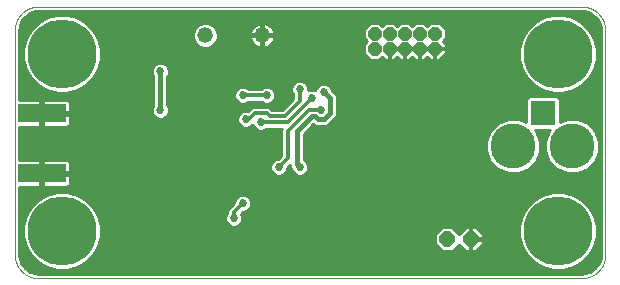
<source format=gbl>
G75*
%MOIN*%
%OFA0B0*%
%FSLAX25Y25*%
%IPPOS*%
%LPD*%
%AMOC8*
5,1,8,0,0,1.08239X$1,22.5*
%
%ADD10C,0.00000*%
%ADD11C,0.05200*%
%ADD12OC8,0.05150*%
%ADD13OC8,0.04362*%
%ADD14C,0.15024*%
%ADD15R,0.08268X0.08268*%
%ADD16R,0.16000X0.06000*%
%ADD17C,0.23000*%
%ADD18C,0.01000*%
%ADD19C,0.02700*%
%ADD20C,0.01600*%
%ADD21C,0.01200*%
D10*
X0010374Y0025790D02*
X0191476Y0025790D01*
X0191666Y0025792D01*
X0191856Y0025799D01*
X0192046Y0025811D01*
X0192236Y0025827D01*
X0192425Y0025847D01*
X0192614Y0025873D01*
X0192802Y0025902D01*
X0192989Y0025937D01*
X0193175Y0025976D01*
X0193360Y0026019D01*
X0193545Y0026067D01*
X0193728Y0026119D01*
X0193909Y0026175D01*
X0194089Y0026236D01*
X0194268Y0026302D01*
X0194445Y0026371D01*
X0194621Y0026445D01*
X0194794Y0026523D01*
X0194966Y0026606D01*
X0195135Y0026692D01*
X0195303Y0026782D01*
X0195468Y0026877D01*
X0195631Y0026975D01*
X0195791Y0027078D01*
X0195949Y0027184D01*
X0196104Y0027294D01*
X0196257Y0027407D01*
X0196407Y0027525D01*
X0196553Y0027646D01*
X0196697Y0027770D01*
X0196838Y0027898D01*
X0196976Y0028029D01*
X0197111Y0028164D01*
X0197242Y0028302D01*
X0197370Y0028443D01*
X0197494Y0028587D01*
X0197615Y0028733D01*
X0197733Y0028883D01*
X0197846Y0029036D01*
X0197956Y0029191D01*
X0198062Y0029349D01*
X0198165Y0029509D01*
X0198263Y0029672D01*
X0198358Y0029837D01*
X0198448Y0030005D01*
X0198534Y0030174D01*
X0198617Y0030346D01*
X0198695Y0030519D01*
X0198769Y0030695D01*
X0198838Y0030872D01*
X0198904Y0031051D01*
X0198965Y0031231D01*
X0199021Y0031412D01*
X0199073Y0031595D01*
X0199121Y0031780D01*
X0199164Y0031965D01*
X0199203Y0032151D01*
X0199238Y0032338D01*
X0199267Y0032526D01*
X0199293Y0032715D01*
X0199313Y0032904D01*
X0199329Y0033094D01*
X0199341Y0033284D01*
X0199348Y0033474D01*
X0199350Y0033664D01*
X0199350Y0108467D01*
X0199348Y0108657D01*
X0199341Y0108847D01*
X0199329Y0109037D01*
X0199313Y0109227D01*
X0199293Y0109416D01*
X0199267Y0109605D01*
X0199238Y0109793D01*
X0199203Y0109980D01*
X0199164Y0110166D01*
X0199121Y0110351D01*
X0199073Y0110536D01*
X0199021Y0110719D01*
X0198965Y0110900D01*
X0198904Y0111080D01*
X0198838Y0111259D01*
X0198769Y0111436D01*
X0198695Y0111612D01*
X0198617Y0111785D01*
X0198534Y0111957D01*
X0198448Y0112126D01*
X0198358Y0112294D01*
X0198263Y0112459D01*
X0198165Y0112622D01*
X0198062Y0112782D01*
X0197956Y0112940D01*
X0197846Y0113095D01*
X0197733Y0113248D01*
X0197615Y0113398D01*
X0197494Y0113544D01*
X0197370Y0113688D01*
X0197242Y0113829D01*
X0197111Y0113967D01*
X0196976Y0114102D01*
X0196838Y0114233D01*
X0196697Y0114361D01*
X0196553Y0114485D01*
X0196407Y0114606D01*
X0196257Y0114724D01*
X0196104Y0114837D01*
X0195949Y0114947D01*
X0195791Y0115053D01*
X0195631Y0115156D01*
X0195468Y0115254D01*
X0195303Y0115349D01*
X0195135Y0115439D01*
X0194966Y0115525D01*
X0194794Y0115608D01*
X0194621Y0115686D01*
X0194445Y0115760D01*
X0194268Y0115829D01*
X0194089Y0115895D01*
X0193909Y0115956D01*
X0193728Y0116012D01*
X0193545Y0116064D01*
X0193360Y0116112D01*
X0193175Y0116155D01*
X0192989Y0116194D01*
X0192802Y0116229D01*
X0192614Y0116258D01*
X0192425Y0116284D01*
X0192236Y0116304D01*
X0192046Y0116320D01*
X0191856Y0116332D01*
X0191666Y0116339D01*
X0191476Y0116341D01*
X0010374Y0116341D01*
X0010184Y0116339D01*
X0009994Y0116332D01*
X0009804Y0116320D01*
X0009614Y0116304D01*
X0009425Y0116284D01*
X0009236Y0116258D01*
X0009048Y0116229D01*
X0008861Y0116194D01*
X0008675Y0116155D01*
X0008490Y0116112D01*
X0008305Y0116064D01*
X0008122Y0116012D01*
X0007941Y0115956D01*
X0007761Y0115895D01*
X0007582Y0115829D01*
X0007405Y0115760D01*
X0007229Y0115686D01*
X0007056Y0115608D01*
X0006884Y0115525D01*
X0006715Y0115439D01*
X0006547Y0115349D01*
X0006382Y0115254D01*
X0006219Y0115156D01*
X0006059Y0115053D01*
X0005901Y0114947D01*
X0005746Y0114837D01*
X0005593Y0114724D01*
X0005443Y0114606D01*
X0005297Y0114485D01*
X0005153Y0114361D01*
X0005012Y0114233D01*
X0004874Y0114102D01*
X0004739Y0113967D01*
X0004608Y0113829D01*
X0004480Y0113688D01*
X0004356Y0113544D01*
X0004235Y0113398D01*
X0004117Y0113248D01*
X0004004Y0113095D01*
X0003894Y0112940D01*
X0003788Y0112782D01*
X0003685Y0112622D01*
X0003587Y0112459D01*
X0003492Y0112294D01*
X0003402Y0112126D01*
X0003316Y0111957D01*
X0003233Y0111785D01*
X0003155Y0111612D01*
X0003081Y0111436D01*
X0003012Y0111259D01*
X0002946Y0111080D01*
X0002885Y0110900D01*
X0002829Y0110719D01*
X0002777Y0110536D01*
X0002729Y0110351D01*
X0002686Y0110166D01*
X0002647Y0109980D01*
X0002612Y0109793D01*
X0002583Y0109605D01*
X0002557Y0109416D01*
X0002537Y0109227D01*
X0002521Y0109037D01*
X0002509Y0108847D01*
X0002502Y0108657D01*
X0002500Y0108467D01*
X0002500Y0033664D01*
X0002502Y0033474D01*
X0002509Y0033284D01*
X0002521Y0033094D01*
X0002537Y0032904D01*
X0002557Y0032715D01*
X0002583Y0032526D01*
X0002612Y0032338D01*
X0002647Y0032151D01*
X0002686Y0031965D01*
X0002729Y0031780D01*
X0002777Y0031595D01*
X0002829Y0031412D01*
X0002885Y0031231D01*
X0002946Y0031051D01*
X0003012Y0030872D01*
X0003081Y0030695D01*
X0003155Y0030519D01*
X0003233Y0030346D01*
X0003316Y0030174D01*
X0003402Y0030005D01*
X0003492Y0029837D01*
X0003587Y0029672D01*
X0003685Y0029509D01*
X0003788Y0029349D01*
X0003894Y0029191D01*
X0004004Y0029036D01*
X0004117Y0028883D01*
X0004235Y0028733D01*
X0004356Y0028587D01*
X0004480Y0028443D01*
X0004608Y0028302D01*
X0004739Y0028164D01*
X0004874Y0028029D01*
X0005012Y0027898D01*
X0005153Y0027770D01*
X0005297Y0027646D01*
X0005443Y0027525D01*
X0005593Y0027407D01*
X0005746Y0027294D01*
X0005901Y0027184D01*
X0006059Y0027078D01*
X0006219Y0026975D01*
X0006382Y0026877D01*
X0006547Y0026782D01*
X0006715Y0026692D01*
X0006884Y0026606D01*
X0007056Y0026523D01*
X0007229Y0026445D01*
X0007405Y0026371D01*
X0007582Y0026302D01*
X0007761Y0026236D01*
X0007941Y0026175D01*
X0008122Y0026119D01*
X0008305Y0026067D01*
X0008490Y0026019D01*
X0008675Y0025976D01*
X0008861Y0025937D01*
X0009048Y0025902D01*
X0009236Y0025873D01*
X0009425Y0025847D01*
X0009614Y0025827D01*
X0009804Y0025811D01*
X0009994Y0025799D01*
X0010184Y0025792D01*
X0010374Y0025790D01*
D11*
X0066000Y0106790D03*
X0085000Y0106790D03*
D12*
X0146563Y0038790D03*
X0154437Y0038790D03*
D13*
X0142500Y0102290D03*
X0137500Y0102290D03*
X0132500Y0102290D03*
X0127500Y0102290D03*
X0122500Y0102290D03*
X0122500Y0107290D03*
X0127500Y0107290D03*
X0132500Y0107290D03*
X0137500Y0107290D03*
X0142500Y0107290D03*
D14*
X0168657Y0069790D03*
X0188343Y0069790D03*
D15*
X0178500Y0080814D03*
D16*
X0011500Y0080790D03*
X0011500Y0060790D03*
D17*
X0018248Y0041538D03*
X0018248Y0100593D03*
X0183602Y0100593D03*
X0183602Y0041538D03*
D18*
X0196197Y0044762D02*
X0197850Y0044762D01*
X0197850Y0045760D02*
X0195930Y0045760D01*
X0195716Y0046556D02*
X0194005Y0049520D01*
X0191585Y0051941D01*
X0188620Y0053652D01*
X0185314Y0054538D01*
X0181891Y0054538D01*
X0178585Y0053652D01*
X0175620Y0051941D01*
X0173200Y0049520D01*
X0171488Y0046556D01*
X0170602Y0043249D01*
X0170602Y0039826D01*
X0171488Y0036520D01*
X0173200Y0033556D01*
X0175620Y0031135D01*
X0178585Y0029424D01*
X0181891Y0028538D01*
X0185314Y0028538D01*
X0188620Y0029424D01*
X0191585Y0031135D01*
X0194005Y0033556D01*
X0195716Y0036520D01*
X0196602Y0039826D01*
X0196602Y0043249D01*
X0195716Y0046556D01*
X0195599Y0046759D02*
X0197850Y0046759D01*
X0197850Y0047757D02*
X0195023Y0047757D01*
X0194446Y0048756D02*
X0197850Y0048756D01*
X0197850Y0049754D02*
X0193771Y0049754D01*
X0192772Y0050753D02*
X0197850Y0050753D01*
X0197850Y0051751D02*
X0191774Y0051751D01*
X0190183Y0052750D02*
X0197850Y0052750D01*
X0197850Y0053748D02*
X0188261Y0053748D01*
X0197850Y0054747D02*
X0004000Y0054747D01*
X0004000Y0055745D02*
X0197850Y0055745D01*
X0197850Y0056744D02*
X0020575Y0056744D01*
X0020700Y0056869D02*
X0020898Y0057211D01*
X0021000Y0057592D01*
X0021000Y0060290D01*
X0012000Y0060290D01*
X0012000Y0061290D01*
X0011000Y0061290D01*
X0011000Y0065290D01*
X0004000Y0065290D01*
X0004000Y0076290D01*
X0011000Y0076290D01*
X0011000Y0080290D01*
X0012000Y0080290D01*
X0012000Y0081290D01*
X0011000Y0081290D01*
X0011000Y0085290D01*
X0004000Y0085290D01*
X0004000Y0108467D01*
X0004078Y0109464D01*
X0004695Y0111361D01*
X0005867Y0112974D01*
X0007480Y0114146D01*
X0009377Y0114763D01*
X0010374Y0114841D01*
X0191476Y0114841D01*
X0192473Y0114763D01*
X0194370Y0114146D01*
X0195983Y0112974D01*
X0197156Y0111361D01*
X0197772Y0109464D01*
X0197850Y0108467D01*
X0197850Y0033664D01*
X0197772Y0032667D01*
X0197156Y0030770D01*
X0195983Y0029157D01*
X0194370Y0027985D01*
X0192473Y0027368D01*
X0191476Y0027290D01*
X0010374Y0027290D01*
X0009377Y0027368D01*
X0007480Y0027985D01*
X0005867Y0029157D01*
X0004695Y0030770D01*
X0004078Y0032667D01*
X0004000Y0033664D01*
X0004000Y0056290D01*
X0011000Y0056290D01*
X0011000Y0060290D01*
X0012000Y0060290D01*
X0012000Y0056290D01*
X0019697Y0056290D01*
X0020079Y0056392D01*
X0020421Y0056590D01*
X0020700Y0056869D01*
X0021000Y0057742D02*
X0197850Y0057742D01*
X0197850Y0058741D02*
X0021000Y0058741D01*
X0021000Y0059739D02*
X0197850Y0059739D01*
X0197850Y0060738D02*
X0099478Y0060738D01*
X0099114Y0060374D02*
X0099916Y0061176D01*
X0100350Y0062223D01*
X0100350Y0063357D01*
X0099916Y0064404D01*
X0099114Y0065206D01*
X0098800Y0065336D01*
X0098800Y0073837D01*
X0102000Y0077037D01*
X0102547Y0076490D01*
X0106453Y0076490D01*
X0107800Y0077837D01*
X0109800Y0079837D01*
X0109800Y0086743D01*
X0108453Y0088090D01*
X0108350Y0088193D01*
X0108350Y0088357D01*
X0107916Y0089404D01*
X0107114Y0090206D01*
X0106067Y0090640D01*
X0104933Y0090640D01*
X0103886Y0090206D01*
X0103084Y0089404D01*
X0102665Y0088392D01*
X0102067Y0088640D01*
X0100933Y0088640D01*
X0100350Y0088398D01*
X0100350Y0089357D01*
X0099916Y0090404D01*
X0099114Y0091206D01*
X0098067Y0091640D01*
X0096933Y0091640D01*
X0095886Y0091206D01*
X0095084Y0090404D01*
X0094650Y0089357D01*
X0094650Y0088223D01*
X0095084Y0087176D01*
X0095400Y0086859D01*
X0095400Y0085660D01*
X0091630Y0081890D01*
X0088370Y0081890D01*
X0087370Y0082890D01*
X0081630Y0082890D01*
X0080400Y0081660D01*
X0080288Y0081548D01*
X0080067Y0081640D01*
X0078933Y0081640D01*
X0077886Y0081206D01*
X0077084Y0080404D01*
X0076650Y0079357D01*
X0076650Y0078223D01*
X0077084Y0077176D01*
X0077886Y0076374D01*
X0078933Y0075940D01*
X0080067Y0075940D01*
X0081114Y0076374D01*
X0081742Y0077001D01*
X0082084Y0076176D01*
X0082886Y0075374D01*
X0083933Y0074940D01*
X0085067Y0074940D01*
X0086114Y0075374D01*
X0086430Y0075690D01*
X0091430Y0075690D01*
X0091400Y0075660D01*
X0091400Y0066660D01*
X0090380Y0065640D01*
X0089933Y0065640D01*
X0088886Y0065206D01*
X0088084Y0064404D01*
X0087650Y0063357D01*
X0087650Y0062223D01*
X0088084Y0061176D01*
X0088886Y0060374D01*
X0089933Y0059940D01*
X0091067Y0059940D01*
X0092114Y0060374D01*
X0092916Y0061176D01*
X0093350Y0062223D01*
X0093350Y0062670D01*
X0094200Y0063520D01*
X0094200Y0062837D01*
X0094650Y0062387D01*
X0094650Y0062223D01*
X0095084Y0061176D01*
X0095886Y0060374D01*
X0096933Y0059940D01*
X0098067Y0059940D01*
X0099114Y0060374D01*
X0100148Y0061736D02*
X0164552Y0061736D01*
X0163553Y0062150D02*
X0166865Y0060778D01*
X0170450Y0060778D01*
X0173762Y0062150D01*
X0176297Y0064685D01*
X0177669Y0067997D01*
X0177669Y0071582D01*
X0176297Y0074895D01*
X0176012Y0075180D01*
X0180988Y0075180D01*
X0180703Y0074895D01*
X0179331Y0071582D01*
X0179331Y0067997D01*
X0180703Y0064685D01*
X0183238Y0062150D01*
X0186550Y0060778D01*
X0190135Y0060778D01*
X0193447Y0062150D01*
X0195982Y0064685D01*
X0197354Y0067997D01*
X0197354Y0071582D01*
X0195982Y0074895D01*
X0193447Y0077430D01*
X0190135Y0078802D01*
X0186550Y0078802D01*
X0184134Y0077801D01*
X0184134Y0085569D01*
X0183255Y0086447D01*
X0173745Y0086447D01*
X0172866Y0085569D01*
X0172866Y0077801D01*
X0170450Y0078802D01*
X0166865Y0078802D01*
X0163553Y0077430D01*
X0161018Y0074895D01*
X0159646Y0071582D01*
X0159646Y0067997D01*
X0161018Y0064685D01*
X0163553Y0062150D01*
X0162968Y0062735D02*
X0100350Y0062735D01*
X0100194Y0063733D02*
X0161969Y0063733D01*
X0160998Y0064732D02*
X0099589Y0064732D01*
X0098800Y0065730D02*
X0160585Y0065730D01*
X0160171Y0066729D02*
X0098800Y0066729D01*
X0098800Y0067727D02*
X0159757Y0067727D01*
X0159646Y0068726D02*
X0098800Y0068726D01*
X0098800Y0069724D02*
X0159646Y0069724D01*
X0159646Y0070723D02*
X0098800Y0070723D01*
X0098800Y0071721D02*
X0159703Y0071721D01*
X0160117Y0072720D02*
X0098800Y0072720D01*
X0098800Y0073718D02*
X0160530Y0073718D01*
X0160944Y0074717D02*
X0099680Y0074717D01*
X0100678Y0075715D02*
X0161838Y0075715D01*
X0162837Y0076714D02*
X0106677Y0076714D01*
X0107675Y0077713D02*
X0164235Y0077713D01*
X0166646Y0078711D02*
X0108674Y0078711D01*
X0109672Y0079710D02*
X0172866Y0079710D01*
X0172866Y0080708D02*
X0109800Y0080708D01*
X0109800Y0081707D02*
X0172866Y0081707D01*
X0172866Y0082705D02*
X0109800Y0082705D01*
X0109800Y0083704D02*
X0172866Y0083704D01*
X0172866Y0084702D02*
X0109800Y0084702D01*
X0109800Y0085701D02*
X0172998Y0085701D01*
X0175620Y0090190D02*
X0178585Y0088479D01*
X0181891Y0087593D01*
X0185314Y0087593D01*
X0188620Y0088479D01*
X0191585Y0090190D01*
X0194005Y0092611D01*
X0195716Y0095575D01*
X0196602Y0098882D01*
X0196602Y0102305D01*
X0195716Y0105611D01*
X0194005Y0108575D01*
X0191585Y0110996D01*
X0188620Y0112707D01*
X0185314Y0113593D01*
X0181891Y0113593D01*
X0178585Y0112707D01*
X0175620Y0110996D01*
X0173200Y0108575D01*
X0171488Y0105611D01*
X0170602Y0102305D01*
X0170602Y0098882D01*
X0171488Y0095575D01*
X0173200Y0092611D01*
X0175620Y0090190D01*
X0175117Y0090693D02*
X0099627Y0090693D01*
X0100210Y0089695D02*
X0103374Y0089695D01*
X0102791Y0088696D02*
X0100350Y0088696D01*
X0095400Y0086699D02*
X0089350Y0086699D01*
X0089350Y0086223D02*
X0089350Y0087357D01*
X0088916Y0088404D01*
X0088114Y0089206D01*
X0087067Y0089640D01*
X0085933Y0089640D01*
X0084886Y0089206D01*
X0084569Y0088890D01*
X0080430Y0088890D01*
X0080114Y0089206D01*
X0079067Y0089640D01*
X0077933Y0089640D01*
X0076886Y0089206D01*
X0076084Y0088404D01*
X0075650Y0087357D01*
X0075650Y0086223D01*
X0076084Y0085176D01*
X0076886Y0084374D01*
X0077933Y0083940D01*
X0079067Y0083940D01*
X0080114Y0084374D01*
X0080430Y0084690D01*
X0084569Y0084690D01*
X0084886Y0084374D01*
X0085933Y0083940D01*
X0087067Y0083940D01*
X0088114Y0084374D01*
X0088916Y0085176D01*
X0089350Y0086223D01*
X0089134Y0085701D02*
X0095400Y0085701D01*
X0094442Y0084702D02*
X0088443Y0084702D01*
X0087555Y0082705D02*
X0092445Y0082705D01*
X0093444Y0083704D02*
X0053300Y0083704D01*
X0053300Y0083520D02*
X0053300Y0093059D01*
X0053416Y0093176D01*
X0053850Y0094223D01*
X0053850Y0095357D01*
X0053416Y0096404D01*
X0052614Y0097206D01*
X0051567Y0097640D01*
X0050433Y0097640D01*
X0049386Y0097206D01*
X0048584Y0096404D01*
X0048150Y0095357D01*
X0048150Y0094223D01*
X0048584Y0093176D01*
X0048700Y0093059D01*
X0048700Y0083520D01*
X0048584Y0083404D01*
X0048150Y0082357D01*
X0048150Y0081223D01*
X0048584Y0080176D01*
X0049386Y0079374D01*
X0050433Y0078940D01*
X0051567Y0078940D01*
X0052614Y0079374D01*
X0053416Y0080176D01*
X0053850Y0081223D01*
X0053850Y0082357D01*
X0053416Y0083404D01*
X0053300Y0083520D01*
X0053706Y0082705D02*
X0081445Y0082705D01*
X0080447Y0081707D02*
X0053850Y0081707D01*
X0053637Y0080708D02*
X0077388Y0080708D01*
X0076796Y0079710D02*
X0052950Y0079710D01*
X0049050Y0079710D02*
X0021000Y0079710D01*
X0021000Y0080290D02*
X0021000Y0077592D01*
X0020898Y0077211D01*
X0020700Y0076869D01*
X0020421Y0076590D01*
X0020079Y0076392D01*
X0019697Y0076290D01*
X0012000Y0076290D01*
X0012000Y0080290D01*
X0021000Y0080290D01*
X0021000Y0081290D02*
X0021000Y0083987D01*
X0020898Y0084369D01*
X0020700Y0084711D01*
X0020421Y0084990D01*
X0020079Y0085188D01*
X0019697Y0085290D01*
X0012000Y0085290D01*
X0012000Y0081290D01*
X0021000Y0081290D01*
X0021000Y0081707D02*
X0048150Y0081707D01*
X0048294Y0082705D02*
X0021000Y0082705D01*
X0021000Y0083704D02*
X0048700Y0083704D01*
X0048700Y0084702D02*
X0020705Y0084702D01*
X0019960Y0087593D02*
X0016537Y0087593D01*
X0013230Y0088479D01*
X0010266Y0090190D01*
X0007845Y0092611D01*
X0006134Y0095575D01*
X0005248Y0098882D01*
X0005248Y0102305D01*
X0006134Y0105611D01*
X0007845Y0108575D01*
X0010266Y0110996D01*
X0013230Y0112707D01*
X0016537Y0113593D01*
X0019960Y0113593D01*
X0023266Y0112707D01*
X0026230Y0110996D01*
X0028651Y0108575D01*
X0030362Y0105611D01*
X0031248Y0102305D01*
X0031248Y0098882D01*
X0030362Y0095575D01*
X0028651Y0092611D01*
X0026230Y0090190D01*
X0023266Y0088479D01*
X0019960Y0087593D01*
X0020350Y0087698D02*
X0048700Y0087698D01*
X0048700Y0088696D02*
X0023642Y0088696D01*
X0025371Y0089695D02*
X0048700Y0089695D01*
X0048700Y0090693D02*
X0026733Y0090693D01*
X0027731Y0091692D02*
X0048700Y0091692D01*
X0048700Y0092690D02*
X0028696Y0092690D01*
X0029273Y0093689D02*
X0048371Y0093689D01*
X0048150Y0094687D02*
X0029849Y0094687D01*
X0030392Y0095686D02*
X0048286Y0095686D01*
X0048864Y0096684D02*
X0030659Y0096684D01*
X0030927Y0097683D02*
X0170924Y0097683D01*
X0170656Y0098681D02*
X0144097Y0098681D01*
X0144025Y0098609D02*
X0146181Y0100765D01*
X0146181Y0102199D01*
X0142591Y0102199D01*
X0142591Y0102380D01*
X0146181Y0102380D01*
X0146181Y0103815D01*
X0145206Y0104790D01*
X0146181Y0105765D01*
X0146181Y0108815D01*
X0144025Y0110971D01*
X0140975Y0110971D01*
X0140000Y0109996D01*
X0139025Y0110971D01*
X0135975Y0110971D01*
X0135000Y0109996D01*
X0134025Y0110971D01*
X0130975Y0110971D01*
X0130000Y0109996D01*
X0129025Y0110971D01*
X0125975Y0110971D01*
X0125000Y0109996D01*
X0124025Y0110971D01*
X0120975Y0110971D01*
X0118819Y0108815D01*
X0118819Y0105765D01*
X0119794Y0104790D01*
X0118819Y0103815D01*
X0118819Y0100765D01*
X0120975Y0098609D01*
X0124025Y0098609D01*
X0125000Y0099584D01*
X0125975Y0098609D01*
X0127409Y0098609D01*
X0127409Y0102199D01*
X0127591Y0102199D01*
X0127591Y0102380D01*
X0131181Y0102380D01*
X0132409Y0102380D01*
X0132409Y0102199D01*
X0127591Y0102199D01*
X0127591Y0098609D01*
X0129025Y0098609D01*
X0130000Y0099584D01*
X0130975Y0098609D01*
X0132409Y0098609D01*
X0132409Y0102199D01*
X0132591Y0102199D01*
X0132591Y0102380D01*
X0137409Y0102380D01*
X0137409Y0102199D01*
X0133819Y0102199D01*
X0132591Y0102199D01*
X0132591Y0098609D01*
X0134025Y0098609D01*
X0135000Y0099584D01*
X0135975Y0098609D01*
X0137409Y0098609D01*
X0137409Y0102199D01*
X0137591Y0102199D01*
X0137591Y0102380D01*
X0142409Y0102380D01*
X0142409Y0102199D01*
X0138819Y0102199D01*
X0137591Y0102199D01*
X0137591Y0098609D01*
X0139025Y0098609D01*
X0140000Y0099584D01*
X0140975Y0098609D01*
X0142409Y0098609D01*
X0142409Y0102199D01*
X0142591Y0102199D01*
X0142591Y0098609D01*
X0144025Y0098609D01*
X0142591Y0098681D02*
X0142409Y0098681D01*
X0142409Y0099680D02*
X0142591Y0099680D01*
X0142591Y0100678D02*
X0142409Y0100678D01*
X0142409Y0101677D02*
X0142591Y0101677D01*
X0145096Y0099680D02*
X0170602Y0099680D01*
X0170602Y0100678D02*
X0146094Y0100678D01*
X0146181Y0101677D02*
X0170602Y0101677D01*
X0170702Y0102675D02*
X0146181Y0102675D01*
X0146181Y0103674D02*
X0170969Y0103674D01*
X0171237Y0104672D02*
X0145323Y0104672D01*
X0146087Y0105671D02*
X0171523Y0105671D01*
X0172099Y0106669D02*
X0146181Y0106669D01*
X0146181Y0107668D02*
X0172676Y0107668D01*
X0173291Y0108666D02*
X0146181Y0108666D01*
X0145331Y0109665D02*
X0174289Y0109665D01*
X0175288Y0110663D02*
X0144332Y0110663D01*
X0140668Y0110663D02*
X0139332Y0110663D01*
X0135668Y0110663D02*
X0134332Y0110663D01*
X0130668Y0110663D02*
X0129332Y0110663D01*
X0125668Y0110663D02*
X0124332Y0110663D01*
X0120668Y0110663D02*
X0086347Y0110663D01*
X0086574Y0110590D02*
X0085960Y0110789D01*
X0085323Y0110890D01*
X0085300Y0110890D01*
X0085300Y0107090D01*
X0084700Y0107090D01*
X0084700Y0110890D01*
X0084677Y0110890D01*
X0084040Y0110789D01*
X0083426Y0110590D01*
X0082851Y0110297D01*
X0082329Y0109917D01*
X0081873Y0109461D01*
X0081493Y0108939D01*
X0081200Y0108364D01*
X0081001Y0107750D01*
X0080900Y0107113D01*
X0080900Y0107090D01*
X0084700Y0107090D01*
X0084700Y0106490D01*
X0080900Y0106490D01*
X0080900Y0106467D01*
X0081001Y0105830D01*
X0081200Y0105216D01*
X0081493Y0104641D01*
X0081873Y0104119D01*
X0082329Y0103663D01*
X0082851Y0103283D01*
X0083426Y0102990D01*
X0084040Y0102791D01*
X0084677Y0102690D01*
X0084700Y0102690D01*
X0084700Y0106490D01*
X0085300Y0106490D01*
X0085300Y0107090D01*
X0089100Y0107090D01*
X0089100Y0107113D01*
X0088999Y0107750D01*
X0088800Y0108364D01*
X0088507Y0108939D01*
X0088127Y0109461D01*
X0087671Y0109917D01*
X0087149Y0110297D01*
X0086574Y0110590D01*
X0085300Y0110663D02*
X0084700Y0110663D01*
X0084700Y0109665D02*
X0085300Y0109665D01*
X0085300Y0108666D02*
X0084700Y0108666D01*
X0084700Y0107668D02*
X0085300Y0107668D01*
X0085300Y0106669D02*
X0118819Y0106669D01*
X0118819Y0107668D02*
X0089012Y0107668D01*
X0088645Y0108666D02*
X0118819Y0108666D01*
X0119669Y0109665D02*
X0087923Y0109665D01*
X0089100Y0106490D02*
X0085300Y0106490D01*
X0085300Y0102690D01*
X0085323Y0102690D01*
X0085960Y0102791D01*
X0086574Y0102990D01*
X0087149Y0103283D01*
X0087671Y0103663D01*
X0088127Y0104119D01*
X0088507Y0104641D01*
X0088800Y0105216D01*
X0088999Y0105830D01*
X0089100Y0106467D01*
X0089100Y0106490D01*
X0088947Y0105671D02*
X0118913Y0105671D01*
X0119677Y0104672D02*
X0088523Y0104672D01*
X0087682Y0103674D02*
X0118819Y0103674D01*
X0118819Y0102675D02*
X0031149Y0102675D01*
X0031248Y0101677D02*
X0118819Y0101677D01*
X0118906Y0100678D02*
X0031248Y0100678D01*
X0031248Y0099680D02*
X0119904Y0099680D01*
X0120903Y0098681D02*
X0031194Y0098681D01*
X0030881Y0103674D02*
X0063318Y0103674D01*
X0063678Y0103314D02*
X0065184Y0102690D01*
X0066816Y0102690D01*
X0068322Y0103314D01*
X0069476Y0104467D01*
X0070100Y0105974D01*
X0070100Y0107605D01*
X0069476Y0109112D01*
X0068322Y0110266D01*
X0066816Y0110890D01*
X0065184Y0110890D01*
X0063678Y0110266D01*
X0062524Y0109112D01*
X0061900Y0107605D01*
X0061900Y0105974D01*
X0062524Y0104467D01*
X0063678Y0103314D01*
X0062439Y0104672D02*
X0030614Y0104672D01*
X0030327Y0105671D02*
X0062026Y0105671D01*
X0061900Y0106669D02*
X0029751Y0106669D01*
X0029175Y0107668D02*
X0061926Y0107668D01*
X0062339Y0108666D02*
X0028560Y0108666D01*
X0027561Y0109665D02*
X0063077Y0109665D01*
X0064638Y0110663D02*
X0026562Y0110663D01*
X0025076Y0111662D02*
X0176774Y0111662D01*
X0178504Y0112660D02*
X0023347Y0112660D01*
X0013149Y0112660D02*
X0005639Y0112660D01*
X0004913Y0111662D02*
X0011420Y0111662D01*
X0009934Y0110663D02*
X0004468Y0110663D01*
X0004144Y0109665D02*
X0008935Y0109665D01*
X0007937Y0108666D02*
X0004016Y0108666D01*
X0004000Y0107668D02*
X0007322Y0107668D01*
X0006745Y0106669D02*
X0004000Y0106669D01*
X0004000Y0105671D02*
X0006169Y0105671D01*
X0005882Y0104672D02*
X0004000Y0104672D01*
X0004000Y0103674D02*
X0005615Y0103674D01*
X0005347Y0102675D02*
X0004000Y0102675D01*
X0004000Y0101677D02*
X0005248Y0101677D01*
X0005248Y0100678D02*
X0004000Y0100678D01*
X0004000Y0099680D02*
X0005248Y0099680D01*
X0005302Y0098681D02*
X0004000Y0098681D01*
X0004000Y0097683D02*
X0005569Y0097683D01*
X0005837Y0096684D02*
X0004000Y0096684D01*
X0004000Y0095686D02*
X0006104Y0095686D01*
X0006647Y0094687D02*
X0004000Y0094687D01*
X0004000Y0093689D02*
X0007223Y0093689D01*
X0007800Y0092690D02*
X0004000Y0092690D01*
X0004000Y0091692D02*
X0008765Y0091692D01*
X0009763Y0090693D02*
X0004000Y0090693D01*
X0004000Y0089695D02*
X0011125Y0089695D01*
X0012854Y0088696D02*
X0004000Y0088696D01*
X0004000Y0087698D02*
X0016146Y0087698D01*
X0012000Y0084702D02*
X0011000Y0084702D01*
X0011000Y0083704D02*
X0012000Y0083704D01*
X0012000Y0082705D02*
X0011000Y0082705D01*
X0011000Y0081707D02*
X0012000Y0081707D01*
X0012000Y0080708D02*
X0048363Y0080708D01*
X0048700Y0085701D02*
X0004000Y0085701D01*
X0004000Y0086699D02*
X0048700Y0086699D01*
X0053300Y0086699D02*
X0075650Y0086699D01*
X0075791Y0087698D02*
X0053300Y0087698D01*
X0053300Y0088696D02*
X0076376Y0088696D01*
X0075866Y0085701D02*
X0053300Y0085701D01*
X0053300Y0084702D02*
X0076557Y0084702D01*
X0079500Y0078790D02*
X0080500Y0078790D01*
X0076861Y0077713D02*
X0021000Y0077713D01*
X0021000Y0078711D02*
X0076650Y0078711D01*
X0077545Y0076714D02*
X0020545Y0076714D01*
X0012000Y0076714D02*
X0011000Y0076714D01*
X0011000Y0077713D02*
X0012000Y0077713D01*
X0012000Y0078711D02*
X0011000Y0078711D01*
X0011000Y0079710D02*
X0012000Y0079710D01*
X0004000Y0075715D02*
X0082544Y0075715D01*
X0081861Y0076714D02*
X0081455Y0076714D01*
X0091400Y0074717D02*
X0004000Y0074717D01*
X0004000Y0073718D02*
X0091400Y0073718D01*
X0091400Y0072720D02*
X0004000Y0072720D01*
X0004000Y0071721D02*
X0091400Y0071721D01*
X0091400Y0070723D02*
X0004000Y0070723D01*
X0004000Y0069724D02*
X0091400Y0069724D01*
X0091400Y0068726D02*
X0004000Y0068726D01*
X0004000Y0067727D02*
X0091400Y0067727D01*
X0091400Y0066729D02*
X0004000Y0066729D01*
X0004000Y0065730D02*
X0090471Y0065730D01*
X0088411Y0064732D02*
X0020679Y0064732D01*
X0020700Y0064711D02*
X0020421Y0064990D01*
X0020079Y0065188D01*
X0019697Y0065290D01*
X0012000Y0065290D01*
X0012000Y0061290D01*
X0021000Y0061290D01*
X0021000Y0063987D01*
X0020898Y0064369D01*
X0020700Y0064711D01*
X0021000Y0063733D02*
X0087806Y0063733D01*
X0087650Y0062735D02*
X0021000Y0062735D01*
X0021000Y0061736D02*
X0087852Y0061736D01*
X0088522Y0060738D02*
X0012000Y0060738D01*
X0012000Y0061736D02*
X0011000Y0061736D01*
X0011000Y0062735D02*
X0012000Y0062735D01*
X0012000Y0063733D02*
X0011000Y0063733D01*
X0011000Y0064732D02*
X0012000Y0064732D01*
X0012000Y0059739D02*
X0011000Y0059739D01*
X0011000Y0058741D02*
X0012000Y0058741D01*
X0012000Y0057742D02*
X0011000Y0057742D01*
X0011000Y0056744D02*
X0012000Y0056744D01*
X0013230Y0053652D02*
X0016537Y0054538D01*
X0019960Y0054538D01*
X0023266Y0053652D01*
X0026230Y0051941D01*
X0028651Y0049520D01*
X0030362Y0046556D01*
X0031248Y0043249D01*
X0031248Y0039826D01*
X0030362Y0036520D01*
X0028651Y0033556D01*
X0026230Y0031135D01*
X0023266Y0029424D01*
X0019960Y0028538D01*
X0016537Y0028538D01*
X0013230Y0029424D01*
X0010266Y0031135D01*
X0007845Y0033556D01*
X0006134Y0036520D01*
X0005248Y0039826D01*
X0005248Y0043249D01*
X0006134Y0046556D01*
X0007845Y0049520D01*
X0010266Y0051941D01*
X0013230Y0053652D01*
X0013589Y0053748D02*
X0004000Y0053748D01*
X0004000Y0052750D02*
X0011667Y0052750D01*
X0010077Y0051751D02*
X0004000Y0051751D01*
X0004000Y0050753D02*
X0009078Y0050753D01*
X0008079Y0049754D02*
X0004000Y0049754D01*
X0004000Y0048756D02*
X0007404Y0048756D01*
X0006828Y0047757D02*
X0004000Y0047757D01*
X0004000Y0046759D02*
X0006251Y0046759D01*
X0005921Y0045760D02*
X0004000Y0045760D01*
X0004000Y0044762D02*
X0005653Y0044762D01*
X0005386Y0043763D02*
X0004000Y0043763D01*
X0004000Y0042765D02*
X0005248Y0042765D01*
X0005248Y0041766D02*
X0004000Y0041766D01*
X0004000Y0040768D02*
X0005248Y0040768D01*
X0005263Y0039769D02*
X0004000Y0039769D01*
X0004000Y0038771D02*
X0005531Y0038771D01*
X0005798Y0037772D02*
X0004000Y0037772D01*
X0004000Y0036774D02*
X0006066Y0036774D01*
X0006564Y0035775D02*
X0004000Y0035775D01*
X0004000Y0034777D02*
X0007141Y0034777D01*
X0007717Y0033778D02*
X0004000Y0033778D01*
X0004070Y0032780D02*
X0008622Y0032780D01*
X0009620Y0031781D02*
X0004366Y0031781D01*
X0004691Y0030782D02*
X0010877Y0030782D01*
X0012607Y0029784D02*
X0005411Y0029784D01*
X0006378Y0028785D02*
X0015613Y0028785D01*
X0020883Y0028785D02*
X0180967Y0028785D01*
X0177961Y0029784D02*
X0023890Y0029784D01*
X0025619Y0030782D02*
X0176231Y0030782D01*
X0174975Y0031781D02*
X0026876Y0031781D01*
X0027874Y0032780D02*
X0173976Y0032780D01*
X0173071Y0033778D02*
X0028779Y0033778D01*
X0029355Y0034777D02*
X0144814Y0034777D01*
X0144875Y0034715D02*
X0148251Y0034715D01*
X0150500Y0036964D01*
X0152749Y0034715D01*
X0154150Y0034715D01*
X0154150Y0038502D01*
X0154724Y0038502D01*
X0154724Y0034715D01*
X0156125Y0034715D01*
X0158512Y0037102D01*
X0158512Y0038502D01*
X0154724Y0038502D01*
X0154724Y0039077D01*
X0154150Y0039077D01*
X0154150Y0042865D01*
X0152749Y0042865D01*
X0150500Y0040616D01*
X0148251Y0042865D01*
X0144875Y0042865D01*
X0142488Y0040478D01*
X0142488Y0037102D01*
X0144875Y0034715D01*
X0143815Y0035775D02*
X0029932Y0035775D01*
X0030430Y0036774D02*
X0142817Y0036774D01*
X0142488Y0037772D02*
X0030698Y0037772D01*
X0030965Y0038771D02*
X0142488Y0038771D01*
X0142488Y0039769D02*
X0031233Y0039769D01*
X0031248Y0040768D02*
X0142778Y0040768D01*
X0143777Y0041766D02*
X0031248Y0041766D01*
X0031248Y0042765D02*
X0144775Y0042765D01*
X0148351Y0042765D02*
X0152649Y0042765D01*
X0151651Y0041766D02*
X0149349Y0041766D01*
X0150348Y0040768D02*
X0150652Y0040768D01*
X0154150Y0040768D02*
X0154724Y0040768D01*
X0154724Y0041766D02*
X0154150Y0041766D01*
X0154150Y0042765D02*
X0154724Y0042765D01*
X0154724Y0042865D02*
X0156125Y0042865D01*
X0158512Y0040478D01*
X0158512Y0039077D01*
X0154724Y0039077D01*
X0154724Y0042865D01*
X0156225Y0042765D02*
X0170602Y0042765D01*
X0170602Y0041766D02*
X0157223Y0041766D01*
X0158222Y0040768D02*
X0170602Y0040768D01*
X0170618Y0039769D02*
X0158512Y0039769D01*
X0158512Y0037772D02*
X0171153Y0037772D01*
X0171420Y0036774D02*
X0158183Y0036774D01*
X0157185Y0035775D02*
X0171918Y0035775D01*
X0172495Y0034777D02*
X0156186Y0034777D01*
X0154724Y0034777D02*
X0154150Y0034777D01*
X0154150Y0035775D02*
X0154724Y0035775D01*
X0154724Y0036774D02*
X0154150Y0036774D01*
X0154150Y0037772D02*
X0154724Y0037772D01*
X0154724Y0038771D02*
X0170885Y0038771D01*
X0170740Y0043763D02*
X0077504Y0043763D01*
X0077114Y0043374D02*
X0077916Y0044176D01*
X0078350Y0045223D01*
X0078350Y0046357D01*
X0077965Y0047285D01*
X0078620Y0047940D01*
X0079067Y0047940D01*
X0080114Y0048374D01*
X0080916Y0049176D01*
X0081350Y0050223D01*
X0081350Y0051357D01*
X0080916Y0052404D01*
X0080114Y0053206D01*
X0079067Y0053640D01*
X0077933Y0053640D01*
X0076886Y0053206D01*
X0076084Y0052404D01*
X0075650Y0051357D01*
X0075650Y0050910D01*
X0073400Y0048660D01*
X0073400Y0047720D01*
X0073084Y0047404D01*
X0072650Y0046357D01*
X0072650Y0045223D01*
X0073084Y0044176D01*
X0073886Y0043374D01*
X0074933Y0042940D01*
X0076067Y0042940D01*
X0077114Y0043374D01*
X0078159Y0044762D02*
X0171008Y0044762D01*
X0171275Y0045760D02*
X0078350Y0045760D01*
X0078184Y0046759D02*
X0171605Y0046759D01*
X0172182Y0047757D02*
X0078437Y0047757D01*
X0080496Y0048756D02*
X0172758Y0048756D01*
X0173434Y0049754D02*
X0081156Y0049754D01*
X0081350Y0050753D02*
X0174432Y0050753D01*
X0175431Y0051751D02*
X0081187Y0051751D01*
X0080571Y0052750D02*
X0177022Y0052750D01*
X0178944Y0053748D02*
X0022907Y0053748D01*
X0024829Y0052750D02*
X0076429Y0052750D01*
X0075813Y0051751D02*
X0026420Y0051751D01*
X0027418Y0050753D02*
X0075493Y0050753D01*
X0074494Y0049754D02*
X0028417Y0049754D01*
X0029092Y0048756D02*
X0073496Y0048756D01*
X0073400Y0047757D02*
X0029668Y0047757D01*
X0030245Y0046759D02*
X0072816Y0046759D01*
X0072650Y0045760D02*
X0030575Y0045760D01*
X0030843Y0044762D02*
X0072841Y0044762D01*
X0073496Y0043763D02*
X0031110Y0043763D01*
X0008089Y0027787D02*
X0193762Y0027787D01*
X0195472Y0028785D02*
X0186238Y0028785D01*
X0189244Y0029784D02*
X0196439Y0029784D01*
X0197160Y0030782D02*
X0190973Y0030782D01*
X0192230Y0031781D02*
X0197484Y0031781D01*
X0197781Y0032780D02*
X0193229Y0032780D01*
X0194133Y0033778D02*
X0197850Y0033778D01*
X0197850Y0034777D02*
X0194710Y0034777D01*
X0195286Y0035775D02*
X0197850Y0035775D01*
X0197850Y0036774D02*
X0195784Y0036774D01*
X0196052Y0037772D02*
X0197850Y0037772D01*
X0197850Y0038771D02*
X0196319Y0038771D01*
X0196587Y0039769D02*
X0197850Y0039769D01*
X0197850Y0040768D02*
X0196602Y0040768D01*
X0196602Y0041766D02*
X0197850Y0041766D01*
X0197850Y0042765D02*
X0196602Y0042765D01*
X0196465Y0043763D02*
X0197850Y0043763D01*
X0197850Y0061736D02*
X0192448Y0061736D01*
X0194032Y0062735D02*
X0197850Y0062735D01*
X0197850Y0063733D02*
X0195031Y0063733D01*
X0196002Y0064732D02*
X0197850Y0064732D01*
X0197850Y0065730D02*
X0196415Y0065730D01*
X0196829Y0066729D02*
X0197850Y0066729D01*
X0197850Y0067727D02*
X0197242Y0067727D01*
X0197354Y0068726D02*
X0197850Y0068726D01*
X0197850Y0069724D02*
X0197354Y0069724D01*
X0197354Y0070723D02*
X0197850Y0070723D01*
X0197850Y0071721D02*
X0197297Y0071721D01*
X0196883Y0072720D02*
X0197850Y0072720D01*
X0197850Y0073718D02*
X0196470Y0073718D01*
X0196056Y0074717D02*
X0197850Y0074717D01*
X0197850Y0075715D02*
X0195162Y0075715D01*
X0194163Y0076714D02*
X0197850Y0076714D01*
X0197850Y0077713D02*
X0192765Y0077713D01*
X0190354Y0078711D02*
X0197850Y0078711D01*
X0197850Y0079710D02*
X0184134Y0079710D01*
X0184134Y0080708D02*
X0197850Y0080708D01*
X0197850Y0081707D02*
X0184134Y0081707D01*
X0184134Y0082705D02*
X0197850Y0082705D01*
X0197850Y0083704D02*
X0184134Y0083704D01*
X0184134Y0084702D02*
X0197850Y0084702D01*
X0197850Y0085701D02*
X0184002Y0085701D01*
X0185704Y0087698D02*
X0197850Y0087698D01*
X0197850Y0088696D02*
X0188996Y0088696D01*
X0190726Y0089695D02*
X0197850Y0089695D01*
X0197850Y0090693D02*
X0192087Y0090693D01*
X0193086Y0091692D02*
X0197850Y0091692D01*
X0197850Y0092690D02*
X0194051Y0092690D01*
X0194627Y0093689D02*
X0197850Y0093689D01*
X0197850Y0094687D02*
X0195204Y0094687D01*
X0195746Y0095686D02*
X0197850Y0095686D01*
X0197850Y0096684D02*
X0196014Y0096684D01*
X0196281Y0097683D02*
X0197850Y0097683D01*
X0197850Y0098681D02*
X0196549Y0098681D01*
X0196602Y0099680D02*
X0197850Y0099680D01*
X0197850Y0100678D02*
X0196602Y0100678D01*
X0196602Y0101677D02*
X0197850Y0101677D01*
X0197850Y0102675D02*
X0196503Y0102675D01*
X0196235Y0103674D02*
X0197850Y0103674D01*
X0197850Y0104672D02*
X0195968Y0104672D01*
X0195682Y0105671D02*
X0197850Y0105671D01*
X0197850Y0106669D02*
X0195105Y0106669D01*
X0194529Y0107668D02*
X0197850Y0107668D01*
X0197835Y0108666D02*
X0193914Y0108666D01*
X0192915Y0109665D02*
X0197707Y0109665D01*
X0197382Y0110663D02*
X0191917Y0110663D01*
X0190431Y0111662D02*
X0196937Y0111662D01*
X0196211Y0112660D02*
X0188701Y0112660D01*
X0192797Y0114657D02*
X0009053Y0114657D01*
X0006809Y0113659D02*
X0195041Y0113659D01*
X0171191Y0096684D02*
X0053136Y0096684D01*
X0053714Y0095686D02*
X0171459Y0095686D01*
X0172001Y0094687D02*
X0053850Y0094687D01*
X0053629Y0093689D02*
X0172577Y0093689D01*
X0173154Y0092690D02*
X0053300Y0092690D01*
X0053300Y0091692D02*
X0174119Y0091692D01*
X0176479Y0089695D02*
X0107626Y0089695D01*
X0108209Y0088696D02*
X0178208Y0088696D01*
X0181501Y0087698D02*
X0108845Y0087698D01*
X0109800Y0086699D02*
X0197850Y0086699D01*
X0186331Y0078711D02*
X0184134Y0078711D01*
X0180629Y0074717D02*
X0176371Y0074717D01*
X0176785Y0073718D02*
X0180215Y0073718D01*
X0179802Y0072720D02*
X0177198Y0072720D01*
X0177612Y0071721D02*
X0179388Y0071721D01*
X0179331Y0070723D02*
X0177669Y0070723D01*
X0177669Y0069724D02*
X0179331Y0069724D01*
X0179331Y0068726D02*
X0177669Y0068726D01*
X0177557Y0067727D02*
X0179443Y0067727D01*
X0179856Y0066729D02*
X0177144Y0066729D01*
X0176730Y0065730D02*
X0180270Y0065730D01*
X0180683Y0064732D02*
X0176317Y0064732D01*
X0175346Y0063733D02*
X0181654Y0063733D01*
X0182653Y0062735D02*
X0174347Y0062735D01*
X0172763Y0061736D02*
X0184237Y0061736D01*
X0172866Y0078711D02*
X0170669Y0078711D01*
X0140903Y0098681D02*
X0139097Y0098681D01*
X0137591Y0098681D02*
X0137409Y0098681D01*
X0137409Y0099680D02*
X0137591Y0099680D01*
X0137591Y0100678D02*
X0137409Y0100678D01*
X0137409Y0101677D02*
X0137591Y0101677D01*
X0132591Y0101677D02*
X0132409Y0101677D01*
X0132409Y0100678D02*
X0132591Y0100678D01*
X0132591Y0099680D02*
X0132409Y0099680D01*
X0132409Y0098681D02*
X0132591Y0098681D01*
X0134097Y0098681D02*
X0135903Y0098681D01*
X0130903Y0098681D02*
X0129097Y0098681D01*
X0127591Y0098681D02*
X0127409Y0098681D01*
X0127409Y0099680D02*
X0127591Y0099680D01*
X0127591Y0100678D02*
X0127409Y0100678D01*
X0127409Y0101677D02*
X0127591Y0101677D01*
X0125903Y0098681D02*
X0124097Y0098681D01*
X0095373Y0090693D02*
X0053300Y0090693D01*
X0053300Y0089695D02*
X0094790Y0089695D01*
X0094650Y0088696D02*
X0088624Y0088696D01*
X0089209Y0087698D02*
X0094868Y0087698D01*
X0101677Y0076714D02*
X0102323Y0076714D01*
X0094302Y0062735D02*
X0093415Y0062735D01*
X0093148Y0061736D02*
X0094852Y0061736D01*
X0095522Y0060738D02*
X0092478Y0060738D01*
X0148312Y0034777D02*
X0152688Y0034777D01*
X0151689Y0035775D02*
X0149311Y0035775D01*
X0150309Y0036774D02*
X0150691Y0036774D01*
X0154150Y0039769D02*
X0154724Y0039769D01*
X0085300Y0103674D02*
X0084700Y0103674D01*
X0084700Y0104672D02*
X0085300Y0104672D01*
X0085300Y0105671D02*
X0084700Y0105671D01*
X0084700Y0106669D02*
X0070100Y0106669D01*
X0070074Y0107668D02*
X0080988Y0107668D01*
X0081355Y0108666D02*
X0069661Y0108666D01*
X0068923Y0109665D02*
X0082077Y0109665D01*
X0083653Y0110663D02*
X0067362Y0110663D01*
X0069974Y0105671D02*
X0081053Y0105671D01*
X0081477Y0104672D02*
X0069561Y0104672D01*
X0068682Y0103674D02*
X0082318Y0103674D01*
D19*
X0062500Y0090790D03*
X0062500Y0085790D03*
X0051000Y0081790D03*
X0049500Y0074790D03*
X0040500Y0074790D03*
X0040500Y0068790D03*
X0030500Y0065790D03*
X0021500Y0065790D03*
X0021500Y0055790D03*
X0009500Y0054790D03*
X0005500Y0054790D03*
X0049500Y0056790D03*
X0049500Y0066790D03*
X0078500Y0050790D03*
X0075500Y0045790D03*
X0078500Y0038790D03*
X0074500Y0034790D03*
X0074500Y0028790D03*
X0095500Y0035790D03*
X0114500Y0037790D03*
X0114500Y0045790D03*
X0114500Y0054290D03*
X0104500Y0059790D03*
X0097500Y0062790D03*
X0090500Y0062790D03*
X0079500Y0064790D03*
X0079500Y0071790D03*
X0084500Y0077790D03*
X0079500Y0078790D03*
X0090500Y0083790D03*
X0086500Y0086790D03*
X0078500Y0086790D03*
X0097500Y0088790D03*
X0101500Y0085790D03*
X0105500Y0087790D03*
X0110500Y0089790D03*
X0105500Y0097790D03*
X0114500Y0103790D03*
X0125500Y0089790D03*
X0111500Y0081790D03*
X0104500Y0081790D03*
X0110500Y0072790D03*
X0121500Y0073790D03*
X0121500Y0078790D03*
X0131500Y0080790D03*
X0141500Y0082790D03*
X0151500Y0072790D03*
X0158000Y0069290D03*
X0161500Y0077790D03*
X0161500Y0085290D03*
X0170500Y0085290D03*
X0141500Y0071790D03*
X0165500Y0059790D03*
X0113500Y0062790D03*
X0104500Y0065790D03*
X0086500Y0055790D03*
X0049500Y0041790D03*
X0049500Y0034790D03*
X0021500Y0085790D03*
X0032500Y0088790D03*
X0035500Y0095790D03*
X0051000Y0094790D03*
X0058500Y0097790D03*
X0043500Y0107790D03*
X0053500Y0112790D03*
X0009500Y0086790D03*
X0005500Y0086790D03*
D20*
X0051000Y0081790D02*
X0051000Y0094790D01*
X0096500Y0074790D02*
X0101500Y0079790D01*
X0102500Y0079790D01*
X0103500Y0078790D01*
X0105500Y0078790D01*
X0107500Y0080790D01*
X0107500Y0085790D01*
X0105500Y0087790D01*
X0096500Y0074790D02*
X0096500Y0063790D01*
X0097500Y0062790D01*
D21*
X0093500Y0065790D02*
X0090500Y0062790D01*
X0093500Y0065790D02*
X0093500Y0074790D01*
X0100500Y0081790D01*
X0104500Y0081790D01*
X0101500Y0085790D02*
X0093500Y0077790D01*
X0084500Y0077790D01*
X0082500Y0080790D02*
X0086500Y0080790D01*
X0087500Y0079790D01*
X0092500Y0079790D01*
X0097500Y0084790D01*
X0097500Y0088790D01*
X0086500Y0086790D02*
X0078500Y0086790D01*
X0082500Y0080790D02*
X0080500Y0078790D01*
X0078500Y0050790D02*
X0075500Y0047790D01*
X0075500Y0045790D01*
M02*

</source>
